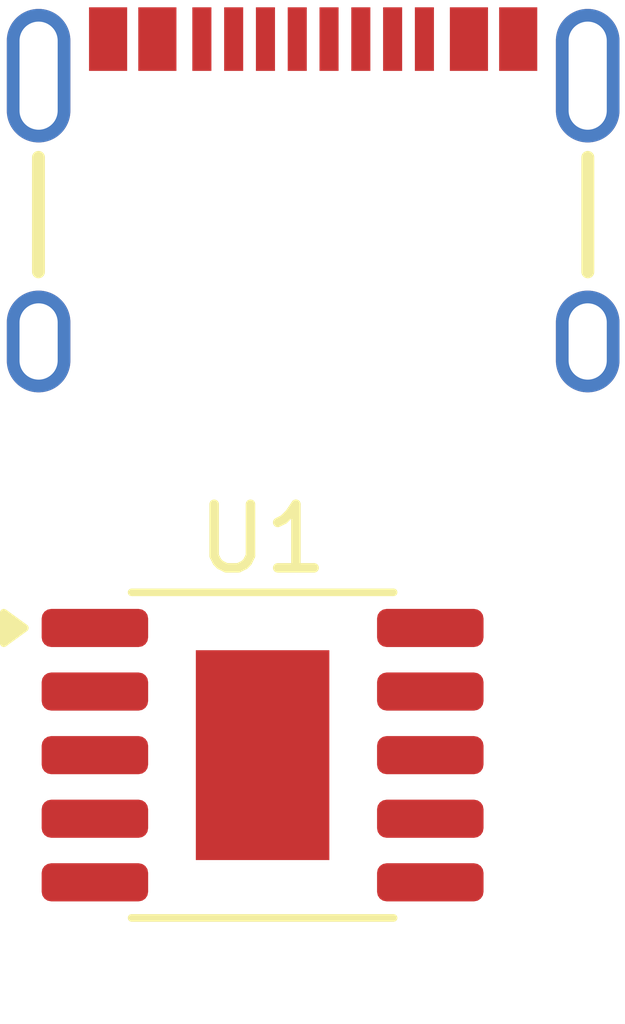
<source format=kicad_pcb>
(kicad_pcb (version 20241229) (generator "pcbnew") (generator_version "9.0")
  (layers (0 "F.Cu" signal) (2 "B.Cu" signal) (13 "F.Paste" user) (15 "B.Paste" user) (5 "F.SilkS" user "F.Silkscreen") (7 "B.SilkS" user "B.Silkscreen") (1 "F.Mask" user) (3 "B.Mask" user) (25 "Edge.Cuts" user))
  (net 0 "")
  (net 1 "Net-(J1-D+-PadA6)")
  (net 6 "Net-(J1-D--PadA7)")
  (footprint "PCM_SparkFun-Connector:USB-C_16" (layer "F.Cu") (at 98.1575 63.9)
    (property "Reference" "J1")
    (property "Value" "USB_C_Receptacle")
    (fp_line (start -4.32 2.2) (end -4.32 4) (stroke (width 0.2032)) (layer "F.SilkS"))
    (fp_line (start 4.32 2.2) (end 4.32 4) (stroke (width 0.2032)) (layer "F.SilkS"))
    (pad "" np_thru_hole circle (at -2.89 1.445) (size 0.65 0.65) (drill 0.65) (layers "*.Cu" "*.Mask"))
    (pad "" np_thru_hole circle (at 2.89 1.445) (size 0.65 0.65) (drill 0.65) (layers "*.Cu" "*.Mask"))
    (pad "A5" smd rect (at -1.25 0.34 180) (size 0.3 1) (layers "F.Cu" "F.Mask" "F.Paste"))
    (pad "A6" smd rect (at -0.25 0.34 180) (size 0.3 1) (layers "F.Cu" "F.Mask" "F.Paste") (net 1 "Net-(J1-D+-PadA6)"))
    (pad "A7" smd rect (at 0.25 0.34) (size 0.3 1) (layers "F.Cu" "F.Mask" "F.Paste") (net 6 "Net-(J1-D--PadA7)"))
    (pad "A8" smd rect (at 1.25 0.34) (size 0.3 1) (layers "F.Cu" "F.Mask" "F.Paste"))
    (pad "B5" smd rect (at 1.75 0.34) (size 0.3 1) (layers "F.Cu" "F.Mask" "F.Paste"))
    (pad "B6" smd rect (at 0.75 0.34) (size 0.3 1) (layers "F.Cu" "F.Mask" "F.Paste") (net 1 "Net-(J1-D+-PadA6)"))
    (pad "B7" smd rect (at -0.75 0.34 180) (size 0.3 1) (layers "F.Cu" "F.Mask" "F.Paste") (net 6 "Net-(J1-D--PadA7)"))
    (pad "B8" smd rect (at -1.75 0.34 180) (size 0.3 1) (layers "F.Cu" "F.Mask" "F.Paste"))
    (pad "GND" smd rect (at -3.225 0.34 180) (size 0.6 1) (layers "F.Cu" "F.Mask"))
    (pad "GND" smd rect (at 3.225 0.34) (size 0.6 1) (layers "F.Cu" "F.Mask"))
    (pad "NC1" thru_hole oval (at -4.318 5.095) (size 1 1.6) (drill oval 0.6 1.2) (layers "*.Cu" "*.Mask" "F.Paste"))
    (pad "NC2" thru_hole oval (at -4.318 0.915) (size 1 2.1) (drill oval 0.6 1.7) (layers "*.Cu" "*.Mask" "F.Paste"))
    (pad "NC3" thru_hole oval (at 4.318 0.915) (size 1 2.1) (drill oval 0.6 1.7) (layers "*.Cu" "*.Mask" "F.Paste"))
    (pad "S" thru_hole oval (at 4.318 5.095) (size 1 1.6) (drill oval 0.6 1.2) (layers "*.Cu" "*.Mask" "F.Paste"))
    (pad "VBUS" smd rect (at -2.45 0.34 180) (size 0.6 1) (layers "F.Cu" "F.Mask"))
    (pad "VBUS" smd rect (at 2.45 0.34) (size 0.6 1) (layers "F.Cu" "F.Mask"))
  )
  (footprint "Package_SO:SSOP-10-1EP_3.9x4.9mm_P1mm_EP2.1x3.3mm" (layer "F.Cu") (at 97.3625 75.5)
    (property "Reference" "U1" (at 0 -3.4 0) (layer "F.SilkS"))
    (property "Value" "CH224K")
    (fp_line (start -2.06 -2.56) (end 2.06 -2.56) (stroke (width 0.12)) (layer "F.SilkS"))
    (fp_line (start 2.06 2.56) (end -2.06 2.56) (stroke (width 0.12)) (layer "F.SilkS"))
    (fp_poly (pts (xy -3.74 -2) (xy -4.07 -1.76) (xy -4.07 -2.24)) (stroke (width 0.12)) (fill yes) (layer "F.SilkS"))
    (pad "1" smd roundrect (at -2.6375 -2) (size 1.675 0.6) (layers "F.Cu" "F.Mask" "F.Paste"))
    (pad "2" smd roundrect (at -2.6375 -1) (size 1.675 0.6) (layers "F.Cu" "F.Mask" "F.Paste"))
    (pad "3" smd roundrect (at -2.6375 0) (size 1.675 0.6) (layers "F.Cu" "F.Mask" "F.Paste"))
    (pad "4" smd roundrect (at -2.6375 1) (size 1.675 0.6) (layers "F.Cu" "F.Mask" "F.Paste"))
    (pad "5" smd roundrect (at -2.6375 2) (size 1.675 0.6) (layers "F.Cu" "F.Mask" "F.Paste"))
    (pad "6" smd roundrect (at 2.6375 2) (size 1.675 0.6) (layers "F.Cu" "F.Mask" "F.Paste"))
    (pad "7" smd roundrect (at 2.6375 1) (size 1.675 0.6) (layers "F.Cu" "F.Mask" "F.Paste"))
    (pad "8" smd roundrect (at 2.6375 0) (size 1.675 0.6) (layers "F.Cu" "F.Mask" "F.Paste"))
    (pad "9" smd roundrect (at 2.6375 -1) (size 1.675 0.6) (layers "F.Cu" "F.Mask" "F.Paste"))
    (pad "10" smd roundrect (at 2.6375 -2) (size 1.675 0.6) (layers "F.Cu" "F.Mask" "F.Paste"))
    (pad "11" smd rect (at 0 0) (size 2.1 3.3) (property pad_prop_heatsink) (layers "F.Cu" "F.Mask"))
  )
)
</source>
